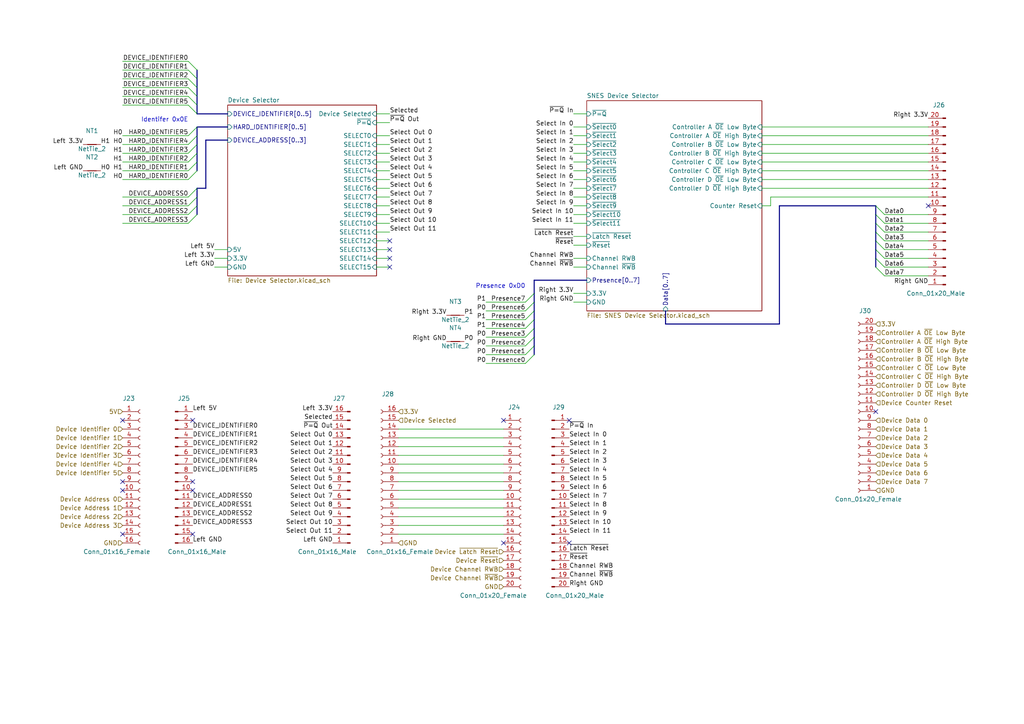
<source format=kicad_sch>
(kicad_sch (version 20211123) (generator eeschema)
  (paper "A4")
  (lib_symbols
    (symbol "Connector:Conn_01x16_Female" (pin_names (offset 1.016) hide)
      (property "Reference" "J" (at 0 20.32 0))
      (property "Value" "Conn_01x16_Female" (at 0 -22.86 0))
      (symbol "Conn_01x16_Female_1_1"
        (arc (start 0 -19.812) (mid -0.508 -20.32) (end 0 -20.828) (stroke (width 0.1524)))
        (arc (start 0 -17.272) (mid -0.508 -17.78) (end 0 -18.288) (stroke (width 0.1524)))
        (arc (start 0 -14.732) (mid -0.508 -15.24) (end 0 -15.748) (stroke (width 0.1524)))
        (arc (start 0 -12.192) (mid -0.508 -12.7) (end 0 -13.208) (stroke (width 0.1524)))
        (arc (start 0 -9.652) (mid -0.508 -10.16) (end 0 -10.668) (stroke (width 0.1524)))
        (arc (start 0 -7.112) (mid -0.508 -7.62) (end 0 -8.128) (stroke (width 0.1524)))
        (arc (start 0 -4.572) (mid -0.508 -5.08) (end 0 -5.588) (stroke (width 0.1524)))
        (arc (start 0 -2.032) (mid -0.508 -2.54) (end 0 -3.048) (stroke (width 0.1524)))
        (polyline (pts (xy -1.27 -20.32) (xy -0.508 -20.32)) (stroke (width 0.1524)))
        (polyline (pts (xy -1.27 -17.78) (xy -0.508 -17.78)) (stroke (width 0.1524)))
        (polyline (pts (xy -1.27 -15.24) (xy -0.508 -15.24)) (stroke (width 0.1524)))
        (polyline (pts (xy -1.27 -12.7) (xy -0.508 -12.7)) (stroke (width 0.1524)))
        (polyline (pts (xy -1.27 -10.16) (xy -0.508 -10.16)) (stroke (width 0.1524)))
        (polyline (pts (xy -1.27 -7.62) (xy -0.508 -7.62)) (stroke (width 0.1524)))
        (polyline (pts (xy -1.27 -5.08) (xy -0.508 -5.08)) (stroke (width 0.1524)))
        (polyline (pts (xy -1.27 -2.54) (xy -0.508 -2.54)) (stroke (width 0.1524)))
        (polyline (pts (xy -1.27 0) (xy -0.508 0)) (stroke (width 0.1524)))
        (polyline (pts (xy -1.27 2.54) (xy -0.508 2.54)) (stroke (width 0.1524)))
        (polyline (pts (xy -1.27 5.08) (xy -0.508 5.08)) (stroke (width 0.1524)))
        (polyline (pts (xy -1.27 7.62) (xy -0.508 7.62)) (stroke (width 0.1524)))
        (polyline (pts (xy -1.27 10.16) (xy -0.508 10.16)) (stroke (width 0.1524)))
        (polyline (pts (xy -1.27 12.7) (xy -0.508 12.7)) (stroke (width 0.1524)))
        (polyline (pts (xy -1.27 15.24) (xy -0.508 15.24)) (stroke (width 0.1524)))
        (polyline (pts (xy -1.27 17.78) (xy -0.508 17.78)) (stroke (width 0.1524)))
        (arc (start 0 0.508) (mid -0.508 0) (end 0 -0.508) (stroke (width 0.1524)))
        (arc (start 0 3.048) (mid -0.508 2.54) (end 0 2.032) (stroke (width 0.1524)))
        (arc (start 0 5.588) (mid -0.508 5.08) (end 0 4.572) (stroke (width 0.1524)))
        (arc (start 0 8.128) (mid -0.508 7.62) (end 0 7.112) (stroke (width 0.1524)))
        (arc (start 0 10.668) (mid -0.508 10.16) (end 0 9.652) (stroke (width 0.1524)))
        (arc (start 0 13.208) (mid -0.508 12.7) (end 0 12.192) (stroke (width 0.1524)))
        (arc (start 0 15.748) (mid -0.508 15.24) (end 0 14.732) (stroke (width 0.1524)))
        (arc (start 0 18.288) (mid -0.508 17.78) (end 0 17.272) (stroke (width 0.1524)))
        (pin passive line (at -5.08 17.78 0) (length 3.81) (name "Pin_1") (number "1"))
        (pin passive line (at -5.08 -5.08 0) (length 3.81) (name "Pin_10") (number "10"))
        (pin passive line (at -5.08 -7.62 0) (length 3.81) (name "Pin_11") (number "11"))
        (pin passive line (at -5.08 -10.16 0) (length 3.81) (name "Pin_12") (number "12"))
        (pin passive line (at -5.08 -12.7 0) (length 3.81) (name "Pin_13") (number "13"))
        (pin passive line (at -5.08 -15.24 0) (length 3.81) (name "Pin_14") (number "14"))
        (pin passive line (at -5.08 -17.78 0) (length 3.81) (name "Pin_15") (number "15"))
        (pin passive line (at -5.08 -20.32 0) (length 3.81) (name "Pin_16") (number "16"))
        (pin passive line (at -5.08 15.24 0) (length 3.81) (name "Pin_2") (number "2"))
        (pin passive line (at -5.08 12.7 0) (length 3.81) (name "Pin_3") (number "3"))
        (pin passive line (at -5.08 10.16 0) (length 3.81) (name "Pin_4") (number "4"))
        (pin passive line (at -5.08 7.62 0) (length 3.81) (name "Pin_5") (number "5"))
        (pin passive line (at -5.08 5.08 0) (length 3.81) (name "Pin_6") (number "6"))
        (pin passive line (at -5.08 2.54 0) (length 3.81) (name "Pin_7") (number "7"))
        (pin passive line (at -5.08 0 0) (length 3.81) (name "Pin_8") (number "8"))
        (pin passive line (at -5.08 -2.54 0) (length 3.81) (name "Pin_9") (number "9"))
      )
    )
    (symbol "Connector:Conn_01x16_Male" (pin_names (offset 1.016) hide)
      (property "Reference" "J" (at 0 20.32 0))
      (property "Value" "Conn_01x16_Male" (at 0 -22.86 0))
      (symbol "Conn_01x16_Male_1_1"
        (polyline (pts (xy 1.27 -20.32) (xy 0.8636 -20.32)) (stroke (width 0.1524)))
        (polyline (pts (xy 1.27 -17.78) (xy 0.8636 -17.78)) (stroke (width 0.1524)))
        (polyline (pts (xy 1.27 -15.24) (xy 0.8636 -15.24)) (stroke (width 0.1524)))
        (polyline (pts (xy 1.27 -12.7) (xy 0.8636 -12.7)) (stroke (width 0.1524)))
        (polyline (pts (xy 1.27 -10.16) (xy 0.8636 -10.16)) (stroke (width 0.1524)))
        (polyline (pts (xy 1.27 -7.62) (xy 0.8636 -7.62)) (stroke (width 0.1524)))
        (polyline (pts (xy 1.27 -5.08) (xy 0.8636 -5.08)) (stroke (width 0.1524)))
        (polyline (pts (xy 1.27 -2.54) (xy 0.8636 -2.54)) (stroke (width 0.1524)))
        (polyline (pts (xy 1.27 0) (xy 0.8636 0)) (stroke (width 0.1524)))
        (polyline (pts (xy 1.27 2.54) (xy 0.8636 2.54)) (stroke (width 0.1524)))
        (polyline (pts (xy 1.27 5.08) (xy 0.8636 5.08)) (stroke (width 0.1524)))
        (polyline (pts (xy 1.27 7.62) (xy 0.8636 7.62)) (stroke (width 0.1524)))
        (polyline (pts (xy 1.27 10.16) (xy 0.8636 10.16)) (stroke (width 0.1524)))
        (polyline (pts (xy 1.27 12.7) (xy 0.8636 12.7)) (stroke (width 0.1524)))
        (polyline (pts (xy 1.27 15.24) (xy 0.8636 15.24)) (stroke (width 0.1524)))
        (polyline (pts (xy 1.27 17.78) (xy 0.8636 17.78)) (stroke (width 0.1524)))
        (rectangle (start 0.8636 -20.193) (end 0 -20.447) (stroke (width 0.1524)) (fill (type outline)))
        (rectangle (start 0.8636 -17.653) (end 0 -17.907) (stroke (width 0.1524)) (fill (type outline)))
        (rectangle (start 0.8636 -15.113) (end 0 -15.367) (stroke (width 0.1524)) (fill (type outline)))
        (rectangle (start 0.8636 -12.573) (end 0 -12.827) (stroke (width 0.1524)) (fill (type outline)))
        (rectangle (start 0.8636 -10.033) (end 0 -10.287) (stroke (width 0.1524)) (fill (type outline)))
        (rectangle (start 0.8636 -7.493) (end 0 -7.747) (stroke (width 0.1524)) (fill (type outline)))
        (rectangle (start 0.8636 -4.953) (end 0 -5.207) (stroke (width 0.1524)) (fill (type outline)))
        (rectangle (start 0.8636 -2.413) (end 0 -2.667) (stroke (width 0.1524)) (fill (type outline)))
        (rectangle (start 0.8636 0.127) (end 0 -0.127) (stroke (width 0.1524)) (fill (type outline)))
        (rectangle (start 0.8636 2.667) (end 0 2.413) (stroke (width 0.1524)) (fill (type outline)))
        (rectangle (start 0.8636 5.207) (end 0 4.953) (stroke (width 0.1524)) (fill (type outline)))
        (rectangle (start 0.8636 7.747) (end 0 7.493) (stroke (width 0.1524)) (fill (type outline)))
        (rectangle (start 0.8636 10.287) (end 0 10.033) (stroke (width 0.1524)) (fill (type outline)))
        (rectangle (start 0.8636 12.827) (end 0 12.573) (stroke (width 0.1524)) (fill (type outline)))
        (rectangle (start 0.8636 15.367) (end 0 15.113) (stroke (width 0.1524)) (fill (type outline)))
        (rectangle (start 0.8636 17.907) (end 0 17.653) (stroke (width 0.1524)) (fill (type outline)))
        (pin passive line (at 5.08 17.78 180) (length 3.81) (name "Pin_1") (number "1"))
        (pin passive line (at 5.08 -5.08 180) (length 3.81) (name "Pin_10") (number "10"))
        (pin passive line (at 5.08 -7.62 180) (length 3.81) (name "Pin_11") (number "11"))
        (pin passive line (at 5.08 -10.16 180) (length 3.81) (name "Pin_12") (number "12"))
        (pin passive line (at 5.08 -12.7 180) (length 3.81) (name "Pin_13") (number "13"))
        (pin passive line (at 5.08 -15.24 180) (length 3.81) (name "Pin_14") (number "14"))
        (pin passive line (at 5.08 -17.78 180) (length 3.81) (name "Pin_15") (number "15"))
        (pin passive line (at 5.08 -20.32 180) (length 3.81) (name "Pin_16") (number "16"))
        (pin passive line (at 5.08 15.24 180) (length 3.81) (name "Pin_2") (number "2"))
        (pin passive line (at 5.08 12.7 180) (length 3.81) (name "Pin_3") (number "3"))
        (pin passive line (at 5.08 10.16 180) (length 3.81) (name "Pin_4") (number "4"))
        (pin passive line (at 5.08 7.62 180) (length 3.81) (name "Pin_5") (number "5"))
        (pin passive line (at 5.08 5.08 180) (length 3.81) (name "Pin_6") (number "6"))
        (pin passive line (at 5.08 2.54 180) (length 3.81) (name "Pin_7") (number "7"))
        (pin passive line (at 5.08 0 180) (length 3.81) (name "Pin_8") (number "8"))
        (pin passive line (at 5.08 -2.54 180) (length 3.81) (name "Pin_9") (number "9"))
      )
    )
    (symbol "Connector:Conn_01x20_Female" (pin_names (offset 1.016) hide)
      (property "Reference" "J" (at 0 25.4 0))
      (property "Value" "Conn_01x20_Female" (at 0 -27.94 0))
      (symbol "Conn_01x20_Female_1_1"
        (arc (start 0 -24.892) (mid -0.508 -25.4) (end 0 -25.908) (stroke (width 0.1524)))
        (arc (start 0 -22.352) (mid -0.508 -22.86) (end 0 -23.368) (stroke (width 0.1524)))
        (arc (start 0 -19.812) (mid -0.508 -20.32) (end 0 -20.828) (stroke (width 0.1524)))
        (arc (start 0 -17.272) (mid -0.508 -17.78) (end 0 -18.288) (stroke (width 0.1524)))
        (arc (start 0 -14.732) (mid -0.508 -15.24) (end 0 -15.748) (stroke (width 0.1524)))
        (arc (start 0 -12.192) (mid -0.508 -12.7) (end 0 -13.208) (stroke (width 0.1524)))
        (arc (start 0 -9.652) (mid -0.508 -10.16) (end 0 -10.668) (stroke (width 0.1524)))
        (arc (start 0 -7.112) (mid -0.508 -7.62) (end 0 -8.128) (stroke (width 0.1524)))
        (arc (start 0 -4.572) (mid -0.508 -5.08) (end 0 -5.588) (stroke (width 0.1524)))
        (arc (start 0 -2.032) (mid -0.508 -2.54) (end 0 -3.048) (stroke (width 0.1524)))
        (polyline (pts (xy -1.27 -25.4) (xy -0.508 -25.4)) (stroke (width 0.1524)))
        (polyline (pts (xy -1.27 -22.86) (xy -0.508 -22.86)) (stroke (width 0.1524)))
        (polyline (pts (xy -1.27 -20.32) (xy -0.508 -20.32)) (stroke (width 0.1524)))
        (polyline (pts (xy -1.27 -17.78) (xy -0.508 -17.78)) (stroke (width 0.1524)))
        (polyline (pts (xy -1.27 -15.24) (xy -0.508 -15.24)) (stroke (width 0.1524)))
        (polyline (pts (xy -1.27 -12.7) (xy -0.508 -12.7)) (stroke (width 0.1524)))
        (polyline (pts (xy -1.27 -10.16) (xy -0.508 -10.16)) (stroke (width 0.1524)))
        (polyline (pts (xy -1.27 -7.62) (xy -0.508 -7.62)) (stroke (width 0.1524)))
        (polyline (pts (xy -1.27 -5.08) (xy -0.508 -5.08)) (stroke (width 0.1524)))
        (polyline (pts (xy -1.27 -2.54) (xy -0.508 -2.54)) (stroke (width 0.1524)))
        (polyline (pts (xy -1.27 0) (xy -0.508 0)) (stroke (width 0.1524)))
        (polyline (pts (xy -1.27 2.54) (xy -0.508 2.54)) (stroke (width 0.1524)))
        (polyline (pts (xy -1.27 5.08) (xy -0.508 5.08)) (stroke (width 0.1524)))
        (polyline (pts (xy -1.27 7.62) (xy -0.508 7.62)) (stroke (width 0.1524)))
        (polyline (pts (xy -1.27 10.16) (xy -0.508 10.16)) (stroke (width 0.1524)))
        (polyline (pts (xy -1.27 12.7) (xy -0.508 12.7)) (stroke (width 0.1524)))
        (polyline (pts (xy -1.27 15.24) (xy -0.508 15.24)) (stroke (width 0.1524)))
        (polyline (pts (xy -1.27 17.78) (xy -0.508 17.78)) (stroke (width 0.1524)))
        (polyline (pts (xy -1.27 20.32) (xy -0.508 20.32)) (stroke (width 0.1524)))
        (polyline (pts (xy -1.27 22.86) (xy -0.508 22.86)) (stroke (width 0.1524)))
        (arc (start 0 0.508) (mid -0.508 0) (end 0 -0.508) (stroke (width 0.1524)))
        (arc (start 0 3.048) (mid -0.508 2.54) (end 0 2.032) (stroke (width 0.1524)))
        (arc (start 0 5.588) (mid -0.508 5.08) (end 0 4.572) (stroke (width 0.1524)))
        (arc (start 0 8.128) (mid -0.508 7.62) (end 0 7.112) (stroke (width 0.1524)))
        (arc (start 0 10.668) (mid -0.508 10.16) (end 0 9.652) (stroke (width 0.1524)))
        (arc (start 0 13.208) (mid -0.508 12.7) (end 0 12.192) (stroke (width 0.1524)))
        (arc (start 0 15.748) (mid -0.508 15.24) (end 0 14.732) (stroke (width 0.1524)))
        (arc (start 0 18.288) (mid -0.508 17.78) (end 0 17.272) (stroke (width 0.1524)))
        (arc (start 0 20.828) (mid -0.508 20.32) (end 0 19.812) (stroke (width 0.1524)))
        (arc (start 0 23.368) (mid -0.508 22.86) (end 0 22.352) (stroke (width 0.1524)))
        (pin passive line (at -5.08 22.86 0) (length 3.81) (name "Pin_1") (number "1"))
        (pin passive line (at -5.08 0 0) (length 3.81) (name "Pin_10") (number "10"))
        (pin passive line (at -5.08 -2.54 0) (length 3.81) (name "Pin_11") (number "11"))
        (pin passive line (at -5.08 -5.08 0) (length 3.81) (name "Pin_12") (number "12"))
        (pin passive line (at -5.08 -7.62 0) (length 3.81) (name "Pin_13") (number "13"))
        (pin passive line (at -5.08 -10.16 0) (length 3.81) (name "Pin_14") (number "14"))
        (pin passive line (at -5.08 -12.7 0) (length 3.81) (name "Pin_15") (number "15"))
        (pin passive line (at -5.08 -15.24 0) (length 3.81) (name "Pin_16") (number "16"))
        (pin passive line (at -5.08 -17.78 0) (length 3.81) (name "Pin_17") (number "17"))
        (pin passive line (at -5.08 -20.32 0) (length 3.81) (name "Pin_18") (number "18"))
        (pin passive line (at -5.08 -22.86 0) (length 3.81) (name "Pin_19") (number "19"))
        (pin passive line (at -5.08 20.32 0) (length 3.81) (name "Pin_2") (number "2"))
        (pin passive line (at -5.08 -25.4 0) (length 3.81) (name "Pin_20") (number "20"))
        (pin passive line (at -5.08 17.78 0) (length 3.81) (name "Pin_3") (number "3"))
        (pin passive line (at -5.08 15.24 0) (length 3.81) (name "Pin_4") (number "4"))
        (pin passive line (at -5.08 12.7 0) (length 3.81) (name "Pin_5") (number "5"))
        (pin passive line (at -5.08 10.16 0) (length 3.81) (name "Pin_6") (number "6"))
        (pin passive line (at -5.08 7.62 0) (length 3.81) (name "Pin_7") (number "7"))
        (pin passive line (at -5.08 5.08 0) (length 3.81) (name "Pin_8") (number "8"))
        (pin passive line (at -5.08 2.54 0) (length 3.81) (name "Pin_9") (number "9"))
      )
    )
    (symbol "Connector:Conn_01x20_Male" (pin_names (offset 1.016) hide)
      (property "Reference" "J" (at 0 25.4 0))
      (property "Value" "Conn_01x20_Male" (at 0 -27.94 0))
      (symbol "Conn_01x20_Male_1_1"
        (polyline (pts (xy 1.27 -25.4) (xy 0.8636 -25.4)) (stroke (width 0.1524)))
        (polyline (pts (xy 1.27 -22.86) (xy 0.8636 -22.86)) (stroke (width 0.1524)))
        (polyline (pts (xy 1.27 -20.32) (xy 0.8636 -20.32)) (stroke (width 0.1524)))
        (polyline (pts (xy 1.27 -17.78) (xy 0.8636 -17.78)) (stroke (width 0.1524)))
        (polyline (pts (xy 1.27 -15.24) (xy 0.8636 -15.24)) (stroke (width 0.1524)))
        (polyline (pts (xy 1.27 -12.7) (xy 0.8636 -12.7)) (stroke (width 0.1524)))
        (polyline (pts (xy 1.27 -10.16) (xy 0.8636 -10.16)) (stroke (width 0.1524)))
        (polyline (pts (xy 1.27 -7.62) (xy 0.8636 -7.62)) (stroke (width 0.1524)))
        (polyline (pts (xy 1.27 -5.08) (xy 0.8636 -5.08)) (stroke (width 0.1524)))
        (polyline (pts (xy 1.27 -2.54) (xy 0.8636 -2.54)) (stroke (width 0.1524)))
        (polyline (pts (xy 1.27 0) (xy 0.8636 0)) (stroke (width 0.1524)))
        (polyline (pts (xy 1.27 2.54) (xy 0.8636 2.54)) (stroke (width 0.1524)))
        (polyline (pts (xy 1.27 5.08) (xy 0.8636 5.08)) (stroke (width 0.1524)))
        (polyline (pts (xy 1.27 7.62) (xy 0.8636 7.62)) (stroke (width 0.1524)))
        (polyline (pts (xy 1.27 10.16) (xy 0.8636 10.16)) (stroke (width 0.1524)))
        (polyline (pts (xy 1.27 12.7) (xy 0.8636 12.7)) (stroke (width 0.1524)))
        (polyline (pts (xy 1.27 15.24) (xy 0.8636 15.24)) (stroke (width 0.1524)))
        (polyline (pts (xy 1.27 17.78) (xy 0.8636 17.78)) (stroke (width 0.1524)))
        (polyline (pts (xy 1.27 20.32) (xy 0.8636 20.32)) (stroke (width 0.1524)))
        (polyline (pts (xy 1.27 22.86) (xy 0.8636 22.86)) (stroke (width 0.1524)))
        (rectangle (start 0.8636 -25.273) (end 0 -25.527) (stroke (width 0.1524)) (fill (type outline)))
        (rectangle (start 0.8636 -22.733) (end 0 -22.987) (stroke (width 0.1524)) (fill (type outline)))
        (rectangle (start 0.8636 -20.193) (end 0 -20.447) (stroke (width 0.1524)) (fill (type outline)))
        (rectangle (start 0.8636 -17.653) (end 0 -17.907) (stroke (width 0.1524)) (fill (type outline)))
        (rectangle (start 0.8636 -15.113) (end 0 -15.367) (stroke (width 0.1524)) (fill (type outline)))
        (rectangle (start 0.8636 -12.573) (end 0 -12.827) (stroke (width 0.1524)) (fill (type outline)))
        (rectangle (start 0.8636 -10.033) (end 0 -10.287) (stroke (width 0.1524)) (fill (type outline)))
        (rectangle (start 0.8636 -7.493) (end 0 -7.747) (stroke (width 0.1524)) (fill (type outline)))
        (rectangle (start 0.8636 -4.953) (end 0 -5.207) (stroke (width 0.1524)) (fill (type outline)))
        (rectangle (start 0.8636 -2.413) (end 0 -2.667) (stroke (width 0.1524)) (fill (type outline)))
        (rectangle (start 0.8636 0.127) (end 0 -0.127) (stroke (width 0.1524)) (fill (type outline)))
        (rectangle (start 0.8636 2.667) (end 0 2.413) (stroke (width 0.1524)) (fill (type outline)))
        (rectangle (start 0.8636 5.207) (end 0 4.953) (stroke (width 0.1524)) (fill (type outline)))
        (rectangle (start 0.8636 7.747) (end 0 7.493) (stroke (width 0.1524)) (fill (type outline)))
        (rectangle (start 0.8636 10.287) (end 0 10.033) (stroke (width 0.1524)) (fill (type outline)))
        (rectangle (start 0.8636 12.827) (end 0 12.573) (stroke (width 0.1524)) (fill (type outline)))
        (rectangle (start 0.8636 15.367) (end 0 15.113) (stroke (width 0.1524)) (fill (type outline)))
        (rectangle (start 0.8636 17.907) (end 0 17.653) (stroke (width 0.1524)) (fill (type outline)))
        (rectangle (start 0.8636 20.447) (end 0 20.193) (stroke (width 0.1524)) (fill (type outline)))
        (rectangle (start 0.8636 22.987) (end 0 22.733) (stroke (width 0.1524)) (fill (type outline)))
        (pin passive line (at 5.08 22.86 180) (length 3.81) (name "Pin_1") (number "1"))
        (pin passive line (at 5.08 0 180) (length 3.81) (name "Pin_10") (number "10"))
        (pin passive line (at 5.08 -2.54 180) (length 3.81) (name "Pin_11") (number "11"))
        (pin passive line (at 5.08 -5.08 180) (length 3.81) (name "Pin_12") (number "12"))
        (pin passive line (at 5.08 -7.62 180) (length 3.81) (name "Pin_13") (number "13"))
        (pin passive line (at 5.08 -10.16 180) (length 3.81) (name "Pin_14") (number "14"))
        (pin passive line (at 5.08 -12.7 180) (length 3.81) (name "Pin_15") (number "15"))
        (pin passive line (at 5.08 -15.24 180) (length 3.81) (name "Pin_16") (number "16"))
        (pin passive line (at 5.08 -17.78 180) (length 3.81) (name "Pin_17") (number "17"))
        (pin passive line (at 5.08 -20.32 180) (length 3.81) (name "Pin_18") (number "18"))
        (pin passive line (at 5.08 -22.86 180) (length 3.81) (name "Pin_19") (number "19"))
        (pin passive line (at 5.08 20.32 180) (length 3.81) (name "Pin_2") (number "2"))
        (pin passive line (at 5.08 -25.4 180) (length 3.81) (name "Pin_20") (number "20"))
        (pin passive line (at 5.08 17.78 180) (length 3.81) (name "Pin_3") (number "3"))
        (pin passive line (at 5.08 15.24 180) (length 3.81) (name "Pin_4") (number "4"))
        (pin passive line (at 5.08 12.7 180) (length 3.81) (name "Pin_5") (number "5"))
        (pin passive line (at 5.08 10.16 180) (length 3.81) (name "Pin_6") (number "6"))
        (pin passive line (at 5.08 7.62 180) (length 3.81) (name "Pin_7") (number "7"))
        (pin passive line (at 5.08 5.08 180) (length 3.81) (name "Pin_8") (number "8"))
        (pin passive line (at 5.08 2.54 180) (length 3.81) (name "Pin_9") (number "9"))
      )
    )
    (symbol "Device:NetTie_2" (pin_numbers hide) (pin_names (offset 0) hide)
      (property "Reference" "NT" (at 0 1.27 0))
      (property "Value" "NetTie_2" (at 0 -1.27 0))
      (symbol "NetTie_2_0_1"
        (polyline (pts (xy -1.27 0) (xy 1.27 0)) (stroke (width 0.254)))
      )
      (symbol "NetTie_2_1_1"
        (pin passive line (at -2.54 0 0) (length 2.54) (name "1") (number "1"))
        (pin passive line (at 2.54 0 180) (length 2.54) (name "2") (number "2"))
      )
    )
  )
  (no_connect (at 165.1 157.48))
  (no_connect (at 55.88 121.92))
  (no_connect (at 55.88 139.7))
  (no_connect (at 55.88 142.24))
  (no_connect (at 55.88 154.94))
  (no_connect (at 113.03 74.93))
  (no_connect (at 35.56 121.92))
  (no_connect (at 113.03 69.85))
  (no_connect (at 113.03 77.47))
  (no_connect (at 254 119.38))
  (no_connect (at 35.56 142.24))
  (no_connect (at 35.56 139.7))
  (no_connect (at 146.05 157.48))
  (no_connect (at 165.1 121.92))
  (no_connect (at 35.56 154.94))
  (no_connect (at 146.05 121.92))
  (no_connect (at 269.24 59.69))
  (no_connect (at 113.03 72.39))
  (bus_entry (at 54.61 57.15) (size 2.54 -2.54))
  (bus_entry (at 256.54 62.23) (size -2.54 -2.54))
  (bus_entry (at 256.54 64.77) (size -2.54 -2.54))
  (bus_entry (at 57.15 20.32) (size -2.54 -2.54))
  (bus_entry (at 152.4 87.63) (size 2.54 -2.54))
  (bus_entry (at 152.4 92.71) (size 2.54 -2.54))
  (bus_entry (at 54.61 59.69) (size 2.54 -2.54))
  (bus_entry (at 57.15 22.86) (size -2.54 -2.54))
  (bus_entry (at 256.54 80.01) (size -2.54 -2.54))
  (bus_entry (at 54.61 62.23) (size 2.54 -2.54))
  (bus_entry (at 54.61 39.37) (size 2.54 -2.54))
  (bus_entry (at 256.54 67.31) (size -2.54 -2.54))
  (bus_entry (at 152.4 105.41) (size 2.54 -2.54))
  (bus_entry (at 152.4 90.17) (size 2.54 -2.54))
  (bus_entry (at 152.4 97.79) (size 2.54 -2.54))
  (bus_entry (at 57.15 30.48) (size -2.54 -2.54))
  (bus_entry (at 57.15 27.94) (size -2.54 -2.54))
  (bus_entry (at 256.54 77.47) (size -2.54 -2.54))
  (bus_entry (at 54.61 41.91) (size 2.54 -2.54))
  (bus_entry (at 54.61 52.07) (size 2.54 -2.54))
  (bus_entry (at 54.61 49.53) (size 2.54 -2.54))
  (bus_entry (at 54.61 44.45) (size 2.54 -2.54))
  (bus_entry (at 54.61 46.99) (size 2.54 -2.54))
  (bus_entry (at 54.61 64.77) (size 2.54 -2.54))
  (bus_entry (at 256.54 72.39) (size -2.54 -2.54))
  (bus_entry (at 152.4 102.87) (size 2.54 -2.54))
  (bus_entry (at 57.15 33.02) (size -2.54 -2.54))
  (bus_entry (at 152.4 95.25) (size 2.54 -2.54))
  (bus_entry (at 256.54 74.93) (size -2.54 -2.54))
  (bus_entry (at 256.54 69.85) (size -2.54 -2.54))
  (bus_entry (at 57.15 25.4) (size -2.54 -2.54))
  (bus_entry (at 152.4 100.33) (size 2.54 -2.54))
  (wire (pts (xy 54.61 49.53) (xy 35.56 49.53)))
  (bus (pts (xy 66.04 36.83) (xy 57.15 36.83)))
  (wire (pts (xy 54.61 17.78) (xy 35.56 17.78)))
  (bus (pts (xy 254 59.69) (xy 254 62.23)))
  (bus (pts (xy 154.94 100.33) (xy 154.94 102.87)))
  (bus (pts (xy 57.15 41.91) (xy 57.15 44.45)))
  (wire (pts (xy 54.61 25.4) (xy 35.56 25.4)))
  (wire (pts (xy 256.54 64.77) (xy 269.24 64.77)))
  (wire (pts (xy 62.23 74.93) (xy 66.04 74.93)))
  (wire (pts (xy 109.22 62.23) (xy 113.03 62.23)))
  (bus (pts (xy 254 67.31) (xy 254 69.85)))
  (wire (pts (xy 109.22 72.39) (xy 113.03 72.39)))
  (wire (pts (xy 54.61 41.91) (xy 35.56 41.91)))
  (wire (pts (xy 269.24 39.37) (xy 220.98 39.37)))
  (bus (pts (xy 254 59.69) (xy 226.06 59.69)))
  (wire (pts (xy 269.24 49.53) (xy 220.98 49.53)))
  (wire (pts (xy 140.97 90.17) (xy 152.4 90.17)))
  (bus (pts (xy 57.15 20.32) (xy 57.15 22.86)))
  (bus (pts (xy 254 69.85) (xy 254 72.39)))
  (wire (pts (xy 166.37 54.61) (xy 170.18 54.61)))
  (wire (pts (xy 115.57 154.94) (xy 146.05 154.94)))
  (wire (pts (xy 166.37 49.53) (xy 170.18 49.53)))
  (wire (pts (xy 109.22 44.45) (xy 113.03 44.45)))
  (wire (pts (xy 115.57 134.62) (xy 146.05 134.62)))
  (wire (pts (xy 166.37 44.45) (xy 170.18 44.45)))
  (wire (pts (xy 54.61 59.69) (xy 35.56 59.69)))
  (wire (pts (xy 109.22 59.69) (xy 113.03 59.69)))
  (wire (pts (xy 256.54 67.31) (xy 269.24 67.31)))
  (wire (pts (xy 166.37 59.69) (xy 170.18 59.69)))
  (wire (pts (xy 115.57 129.54) (xy 146.05 129.54)))
  (wire (pts (xy 115.57 152.4) (xy 146.05 152.4)))
  (bus (pts (xy 57.15 39.37) (xy 57.15 41.91)))
  (wire (pts (xy 115.57 147.32) (xy 146.05 147.32)))
  (wire (pts (xy 166.37 36.83) (xy 170.18 36.83)))
  (wire (pts (xy 109.22 33.02) (xy 113.03 33.02)))
  (wire (pts (xy 109.22 39.37) (xy 113.03 39.37)))
  (wire (pts (xy 166.37 57.15) (xy 170.18 57.15)))
  (wire (pts (xy 54.61 22.86) (xy 35.56 22.86)))
  (bus (pts (xy 154.94 90.17) (xy 154.94 92.71)))
  (wire (pts (xy 54.61 39.37) (xy 35.56 39.37)))
  (bus (pts (xy 66.04 33.02) (xy 57.15 33.02)))
  (wire (pts (xy 35.56 46.99) (xy 54.61 46.99)))
  (bus (pts (xy 57.15 59.69) (xy 57.15 62.23)))
  (bus (pts (xy 154.94 95.25) (xy 154.94 97.79)))
  (bus (pts (xy 254 62.23) (xy 254 64.77)))
  (bus (pts (xy 193.04 90.17) (xy 193.04 93.98)))
  (bus (pts (xy 193.04 93.98) (xy 226.06 93.98)))
  (wire (pts (xy 269.24 52.07) (xy 220.98 52.07)))
  (wire (pts (xy 115.57 144.78) (xy 146.05 144.78)))
  (bus (pts (xy 154.94 92.71) (xy 154.94 95.25)))
  (wire (pts (xy 140.97 97.79) (xy 152.4 97.79)))
  (bus (pts (xy 66.04 40.64) (xy 59.69 40.64)))
  (wire (pts (xy 54.61 64.77) (xy 35.56 64.77)))
  (wire (pts (xy 109.22 46.99) (xy 113.03 46.99)))
  (bus (pts (xy 154.94 81.28) (xy 154.94 85.09)))
  (wire (pts (xy 109.22 57.15) (xy 113.03 57.15)))
  (wire (pts (xy 54.61 27.94) (xy 35.56 27.94)))
  (bus (pts (xy 57.15 27.94) (xy 57.15 30.48)))
  (wire (pts (xy 54.61 52.07) (xy 35.56 52.07)))
  (wire (pts (xy 115.57 132.08) (xy 146.05 132.08)))
  (wire (pts (xy 54.61 20.32) (xy 35.56 20.32)))
  (bus (pts (xy 254 64.77) (xy 254 67.31)))
  (bus (pts (xy 59.69 40.64) (xy 59.69 54.61)))
  (wire (pts (xy 166.37 52.07) (xy 170.18 52.07)))
  (wire (pts (xy 140.97 92.71) (xy 152.4 92.71)))
  (wire (pts (xy 109.22 67.31) (xy 113.03 67.31)))
  (wire (pts (xy 269.24 44.45) (xy 220.98 44.45)))
  (wire (pts (xy 223.52 59.69) (xy 220.98 59.69)))
  (bus (pts (xy 57.15 46.99) (xy 57.15 49.53)))
  (wire (pts (xy 54.61 62.23) (xy 35.56 62.23)))
  (wire (pts (xy 109.22 52.07) (xy 113.03 52.07)))
  (wire (pts (xy 109.22 64.77) (xy 113.03 64.77)))
  (bus (pts (xy 154.94 85.09) (xy 154.94 87.63)))
  (wire (pts (xy 54.61 57.15) (xy 35.56 57.15)))
  (wire (pts (xy 140.97 95.25) (xy 152.4 95.25)))
  (wire (pts (xy 166.37 39.37) (xy 170.18 39.37)))
  (wire (pts (xy 54.61 30.48) (xy 35.56 30.48)))
  (wire (pts (xy 140.97 102.87) (xy 152.4 102.87)))
  (wire (pts (xy 269.24 54.61) (xy 220.98 54.61)))
  (wire (pts (xy 256.54 62.23) (xy 269.24 62.23)))
  (wire (pts (xy 256.54 74.93) (xy 269.24 74.93)))
  (wire (pts (xy 109.22 54.61) (xy 113.03 54.61)))
  (wire (pts (xy 115.57 139.7) (xy 146.05 139.7)))
  (bus (pts (xy 57.15 30.48) (xy 57.15 33.02)))
  (wire (pts (xy 256.54 77.47) (xy 269.24 77.47)))
  (wire (pts (xy 54.61 44.45) (xy 35.56 44.45)))
  (wire (pts (xy 269.24 46.99) (xy 220.98 46.99)))
  (wire (pts (xy 269.24 57.15) (xy 223.52 57.15)))
  (wire (pts (xy 166.37 71.12) (xy 170.18 71.12)))
  (wire (pts (xy 109.22 49.53) (xy 113.03 49.53)))
  (bus (pts (xy 226.06 59.69) (xy 226.06 93.98)))
  (wire (pts (xy 115.57 124.46) (xy 146.05 124.46)))
  (bus (pts (xy 170.18 81.28) (xy 154.94 81.28)))
  (wire (pts (xy 166.37 33.02) (xy 170.18 33.02)))
  (wire (pts (xy 166.37 74.93) (xy 170.18 74.93)))
  (wire (pts (xy 166.37 41.91) (xy 170.18 41.91)))
  (wire (pts (xy 223.52 57.15) (xy 223.52 59.69)))
  (wire (pts (xy 140.97 87.63) (xy 152.4 87.63)))
  (wire (pts (xy 166.37 87.63) (xy 170.18 87.63)))
  (bus (pts (xy 59.69 54.61) (xy 57.15 54.61)))
  (wire (pts (xy 115.57 149.86) (xy 146.05 149.86)))
  (wire (pts (xy 140.97 105.41) (xy 152.4 105.41)))
  (wire (pts (xy 166.37 46.99) (xy 170.18 46.99)))
  (wire (pts (xy 256.54 80.01) (xy 269.24 80.01)))
  (bus (pts (xy 154.94 87.63) (xy 154.94 90.17)))
  (bus (pts (xy 57.15 57.15) (xy 57.15 59.69)))
  (wire (pts (xy 140.97 100.33) (xy 152.4 100.33)))
  (wire (pts (xy 166.37 68.58) (xy 170.18 68.58)))
  (wire (pts (xy 269.24 36.83) (xy 220.98 36.83)))
  (wire (pts (xy 166.37 77.47) (xy 170.18 77.47)))
  (wire (pts (xy 166.37 85.09) (xy 170.18 85.09)))
  (wire (pts (xy 109.22 77.47) (xy 113.03 77.47)))
  (wire (pts (xy 115.57 142.24) (xy 146.05 142.24)))
  (bus (pts (xy 254 74.93) (xy 254 77.47)))
  (bus (pts (xy 57.15 54.61) (xy 57.15 57.15)))
  (bus (pts (xy 57.15 36.83) (xy 57.15 39.37)))
  (wire (pts (xy 269.24 41.91) (xy 220.98 41.91)))
  (wire (pts (xy 256.54 69.85) (xy 269.24 69.85)))
  (wire (pts (xy 62.23 77.47) (xy 66.04 77.47)))
  (wire (pts (xy 115.57 127) (xy 146.05 127)))
  (bus (pts (xy 57.15 25.4) (xy 57.15 27.94)))
  (wire (pts (xy 109.22 69.85) (xy 113.03 69.85)))
  (bus (pts (xy 57.15 44.45) (xy 57.15 46.99)))
  (bus (pts (xy 254 72.39) (xy 254 74.93)))
  (wire (pts (xy 109.22 35.56) (xy 113.03 35.56)))
  (wire (pts (xy 166.37 62.23) (xy 170.18 62.23)))
  (wire (pts (xy 256.54 72.39) (xy 269.24 72.39)))
  (wire (pts (xy 109.22 74.93) (xy 113.03 74.93)))
  (wire (pts (xy 62.23 72.39) (xy 66.04 72.39)))
  (wire (pts (xy 109.22 41.91) (xy 113.03 41.91)))
  (wire (pts (xy 115.57 137.16) (xy 146.05 137.16)))
  (bus (pts (xy 154.94 97.79) (xy 154.94 100.33)))
  (bus (pts (xy 57.15 22.86) (xy 57.15 25.4)))
  (wire (pts (xy 166.37 64.77) (xy 170.18 64.77)))
  (text "Presence 0xD0" (at 152.4 83.82 180) (effects (font (size 1.27 1.27)) (justify right bottom)))
  (text "Identifer 0x0E" (at 54.61 35.56 180) (effects (font (size 1.27 1.27)) (justify right bottom)))
  (label "Select Out 5" (at 113.03 52.07 0))
  (label "Right GND" (at 166.37 87.63 180))
  (label "P1" (at 140.97 95.25 180))
  (label "DEVICE_ADDRESS3" (at 55.88 152.4 0))
  (label "H1" (at 29.21 41.91 0))
  (label "Left 5V" (at 55.88 119.38 0))
  (label "Select Out 9" (at 113.03 62.23 0))
  (label "Right 3.3V" (at 166.37 85.09 180))
  (label "~{P=Q} In" (at 166.37 33.02 180))
  (label "Presence2" (at 152.4 100.33 180))
  (label "Select In 8" (at 165.1 147.32 0))
  (label "DEVICE_ADDRESS2" (at 54.61 62.23 180))
  (label "Left GND" (at 55.88 157.48 0))
  (label "Select Out 5" (at 96.52 139.7 180))
  (label "Select In 6" (at 165.1 142.24 0))
  (label "Select In 11" (at 165.1 154.94 0))
  (label "~{P=Q} Out" (at 113.03 35.56 0))
  (label "Data5" (at 256.54 74.93 0))
  (label "Select In 5" (at 165.1 139.7 0))
  (label "HARD_IDENTIFIER4" (at 54.61 41.91 180))
  (label "P0" (at 140.97 102.87 180))
  (label "Presence1" (at 152.4 102.87 180))
  (label "H0" (at 29.21 49.53 0))
  (label "Presence3" (at 152.4 97.79 180))
  (label "DEVICE_IDENTIFIER2" (at 54.61 22.86 180))
  (label "Select In 5" (at 166.37 49.53 180))
  (label "Right GND" (at 129.54 99.06 180))
  (label "Select In 7" (at 166.37 54.61 180))
  (label "Select In 6" (at 166.37 52.07 180))
  (label "Left 5V" (at 62.23 72.39 180))
  (label "H0" (at 35.56 41.91 180))
  (label "Left GND" (at 96.52 157.48 180))
  (label "Select Out 6" (at 113.03 54.61 0))
  (label "Selected" (at 113.03 33.02 0))
  (label "H1" (at 35.56 49.53 180))
  (label "DEVICE_ADDRESS2" (at 55.88 149.86 0))
  (label "Data3" (at 256.54 69.85 0))
  (label "Left 3.3V" (at 96.52 119.38 180))
  (label "DEVICE_IDENTIFIER1" (at 55.88 127 0))
  (label "Data2" (at 256.54 67.31 0))
  (label "Presence4" (at 152.4 95.25 180))
  (label "H1" (at 35.56 46.99 180))
  (label "H1" (at 35.56 44.45 180))
  (label "Select In 8" (at 166.37 57.15 180))
  (label "Select Out 6" (at 96.52 142.24 180))
  (label "HARD_IDENTIFIER2" (at 54.61 46.99 180))
  (label "Select Out 9" (at 96.52 149.86 180))
  (label "~{Latch Reset}" (at 166.37 68.58 180))
  (label "Select Out 11" (at 96.52 154.94 180))
  (label "DEVICE_IDENTIFIER0" (at 54.61 17.78 180))
  (label "Select In 0" (at 165.1 127 0))
  (label "Presence7" (at 152.4 87.63 180))
  (label "P1" (at 140.97 87.63 180))
  (label "DEVICE_IDENTIFIER0" (at 55.88 124.46 0))
  (label "Select In 9" (at 165.1 149.86 0))
  (label "Presence5" (at 152.4 92.71 180))
  (label "DEVICE_IDENTIFIER4" (at 55.88 134.62 0))
  (label "Select Out 0" (at 113.03 39.37 0))
  (label "Presence6" (at 152.4 90.17 180))
  (label "Select Out 7" (at 96.52 144.78 180))
  (label "Select Out 0" (at 96.52 127 180))
  (label "DEVICE_IDENTIFIER5" (at 55.88 137.16 0))
  (label "HARD_IDENTIFIER5" (at 54.61 39.37 180))
  (label "DEVICE_IDENTIFIER2" (at 55.88 129.54 0))
  (label "P0" (at 134.62 99.06 0))
  (label "Right 3.3V" (at 129.54 91.44 180))
  (label "Select Out 4" (at 96.52 137.16 180))
  (label "Select In 9" (at 166.37 59.69 180))
  (label "HARD_IDENTIFIER1" (at 54.61 49.53 180))
  (label "H0" (at 35.56 39.37 180))
  (label "Channel RWB" (at 166.37 74.93 180))
  (label "Right GND" (at 165.1 170.18 0))
  (label "Left GND" (at 24.13 49.53 180))
  (label "Select In 2" (at 166.37 41.91 180))
  (label "Left GND" (at 62.23 77.47 180))
  (label "Channel ~{RWB}" (at 165.1 167.64 0))
  (label "~{Reset}" (at 165.1 162.56 0))
  (label "Channel ~{RWB}" (at 166.37 77.47 180))
  (label "Select In 7" (at 165.1 144.78 0))
  (label "Select In 10" (at 165.1 152.4 0))
  (label "Select Out 1" (at 96.52 129.54 180))
  (label "P0" (at 140.97 100.33 180))
  (label "Select In 1" (at 165.1 129.54 0))
  (label "Selected" (at 96.52 121.92 180))
  (label "Select In 2" (at 165.1 132.08 0))
  (label "Select Out 10" (at 113.03 64.77 0))
  (label "DEVICE_ADDRESS3" (at 54.61 64.77 180))
  (label "P0" (at 140.97 90.17 180))
  (label "Select Out 2" (at 96.52 132.08 180))
  (label "Data7" (at 256.54 80.01 0))
  (label "DEVICE_ADDRESS0" (at 54.61 57.15 180))
  (label "Select Out 10" (at 96.52 152.4 180))
  (label "Right 3.3V" (at 269.24 34.29 180))
  (label "HARD_IDENTIFIER3" (at 54.61 44.45 180))
  (label "P0" (at 140.97 97.79 180))
  (label "Select In 11" (at 166.37 64.77 180))
  (label "Select In 4" (at 166.37 46.99 180))
  (label "DEVICE_ADDRESS1" (at 55.88 147.32 0))
  (label "Channel RWB" (at 165.1 165.1 0))
  (label "Select In 10" (at 166.37 62.23 180))
  (label "Select Out 3" (at 113.03 46.99 0))
  (label "Select Out 8" (at 113.03 59.69 0))
  (label "DEVICE_ADDRESS0" (at 55.88 144.78 0))
  (label "DEVICE_IDENTIFIER1" (at 54.61 20.32 180))
  (label "Select In 3" (at 166.37 44.45 180))
  (label "Select In 4" (at 165.1 137.16 0))
  (label "P1" (at 134.62 91.44 0))
  (label "P0" (at 140.97 105.41 180))
  (label "Presence0" (at 152.4 105.41 180))
  (label "~{P=Q} Out" (at 96.52 124.46 180))
  (label "Left 3.3V" (at 24.13 41.91 180))
  (label "Select Out 8" (at 96.52 147.32 180))
  (label "H0" (at 35.56 52.07 180))
  (label "Select Out 1" (at 113.03 41.91 0))
  (label "Select Out 7" (at 113.03 57.15 0))
  (label "Right GND" (at 269.24 82.55 180))
  (label "~{Latch Reset}" (at 165.1 160.02 0))
  (label "Select In 0" (at 166.37 36.83 180))
  (label "Data1" (at 256.54 64.77 0))
  (label "DEVICE_ADDRESS1" (at 54.61 59.69 180))
  (label "Select Out 3" (at 96.52 134.62 180))
  (label "~{P=Q} In" (at 165.1 124.46 0))
  (label "Select In 1" (at 166.37 39.37 180))
  (label "Select Out 2" (at 113.03 44.45 0))
  (label "Left 3.3V" (at 62.23 74.93 180))
  (label "DEVICE_IDENTIFIER3" (at 55.88 132.08 0))
  (label "DEVICE_IDENTIFIER4" (at 54.61 27.94 180))
  (label "Select Out 11" (at 113.03 67.31 0))
  (label "Select In 3" (at 165.1 134.62 0))
  (label "Data6" (at 256.54 77.47 0))
  (label "Select Out 4" (at 113.03 49.53 0))
  (label "~{Reset}" (at 166.37 71.12 180))
  (label "Data4" (at 256.54 72.39 0))
  (label "HARD_IDENTIFIER0" (at 54.61 52.07 180))
  (label "P1" (at 140.97 92.71 180))
  (label "DEVICE_IDENTIFIER5" (at 54.61 30.48 180))
  (label "Data0" (at 256.54 62.23 0))
  (label "DEVICE_IDENTIFIER3" (at 54.61 25.4 180))
  (hierarchical_label "Device Data 3" (shape input) (at 254 129.54 0))
  (hierarchical_label "Controller A ~{OE} High Byte" (shape input) (at 254 99.06 0))
  (hierarchical_label "Device Counter Reset" (shape input) (at 254 116.84 0))
  (hierarchical_label "Device Identifier 3" (shape input) (at 35.56 132.08 180))
  (hierarchical_label "Device Data 5" (shape input) (at 254 134.62 0))
  (hierarchical_label "Device Data 1" (shape input) (at 254 124.46 0))
  (hierarchical_label "Device ~{Reset}" (shape input) (at 146.05 162.56 180))
  (hierarchical_label "GND" (shape input) (at 254 142.24 0))
  (hierarchical_label "Device ~{Latch Reset}" (shape input) (at 146.05 160.02 180))
  (hierarchical_label "Device Channel ~{RWB}" (shape input) (at 146.05 167.64 180))
  (hierarchical_label "Device Address 3" (shape input) (at 35.56 152.4 180))
  (hierarchical_label "Controller C ~{OE} High Byte" (shape input) (at 254 109.22 0))
  (hierarchical_label "Controller B ~{OE} Low Byte" (shape input) (at 254 101.6 0))
  (hierarchical_label "Device Data 0" (shape input) (at 254 121.92 0))
  (hierarchical_label "GND" (shape input) (at 146.05 170.18 180))
  (hierarchical_label "Controller D ~{OE} High Byte" (shape input) (at 254 114.3 0))
  (hierarchical_label "Device Address 2" (shape input) (at 35.56 149.86 180))
  (hierarchical_label "Device Identifier 1" (shape input) (at 35.56 127 180))
  (hierarchical_label "GND" (shape input) (at 35.56 157.48 180))
  (hierarchical_label "Device Data 7" (shape input) (at 254 139.7 0))
  (hierarchical_label "Device Data 6" (shape input) (at 254 137.16 0))
  (hierarchical_label "Device Channel RWB" (shape input) (at 146.05 165.1 180))
  (hierarchical_label "3.3V" (shape input) (at 115.57 119.38 0))
  (hierarchical_label "Controller D ~{OE} Low Byte" (shape input) (at 254 111.76 0))
  (hierarchical_label "Device Address 0" (shape input) (at 35.56 144.78 180))
  (hierarchical_label "Controller A ~{OE} Low Byte" (shape input) (at 254 96.52 0))
  (hierarchical_label "Device Data 4" (shape input) (at 254 132.08 0))
  (hierarchical_label "3.3V" (shape input) (at 254 93.98 0))
  (hierarchical_label "Device Identifier 4" (shape input) (at 35.56 134.62 180))
  (hierarchical_label "Device Selected" (shape input) (at 115.57 121.92 0))
  (hierarchical_label "Device Identifier 0" (shape input) (at 35.56 124.46 180))
  (hierarchical_label "Controller C ~{OE} Low Byte" (shape input) (at 254 106.68 0))
  (hierarchical_label "GND" (shape input) (at 115.57 157.48 0))
  (hierarchical_label "Device Address 1" (shape input) (at 35.56 147.32 180))
  (hierarchical_label "5V" (shape input) (at 35.56 119.38 180))
  (hierarchical_label "Device Data 2" (shape input) (at 254 127 0))
  (hierarchical_label "Device Identifier 2" (shape input) (at 35.56 129.54 180))
  (hierarchical_label "Device Identifier 5" (shape input) (at 35.56 137.16 180))
  (hierarchical_label "Controller B ~{OE} High Byte" (shape input) (at 254 104.14 0))
  (symbol (lib_id "Connector:Conn_01x16_Male") (at 101.6 139.7 180) (unit 1)
    (property "Reference" "J27" (at 96.52 115.57 0) (effects (justify right)))
    (property "Value" "Conn_01x16_Male" (at 86.36 160.02 0) (effects (justify right)))
    (property "Footprint" "Connector_PinHeader_2.54mm:PinHeader_1x16_P2.54mm_Vertical" (effects hide))
  )
  (symbol (lib_id "Connector:Conn_01x20_Male") (at 274.32 59.69 180) (unit 1)
    (property "Reference" "J26" (at 270.51 30.48 0) (effects (justify right)))
    (property "Value" "Conn_01x20_Male" (at 262.89 85.09 0) (effects (justify right)))
    (property "Footprint" "Connector_PinHeader_2.54mm:PinHeader_1x20_P2.54mm_Vertical" (effects hide))
  )
  (symbol (lib_id "Connector:Conn_01x20_Female") (at 151.13 144.78 0) (unit 1)
    (property "Reference" "J24" (at 147.32 118.11 0) (effects (justify left)))
    (property "Value" "Conn_01x20_Female" (at 133.35 172.72 0) (effects (justify left)))
    (property "Footprint" "Connector_PinSocket_2.54mm:PinSocket_1x20_P2.54mm_Vertical" (effects hide))
  )
  (symbol (lib_id "Device:NetTie_2") (at 26.67 49.53 0) (unit 1)
    (property "Reference" "NT2" (at 26.67 45.5635 0))
    (property "Value" "NetTie_2" (at 26.67 50.8 0))
    (property "Footprint" "NetTie:NetTie-2_SMD_Pad0.5mm" (effects hide))
  )
  (symbol (lib_id "Connector:Conn_01x16_Female") (at 40.64 137.16 0) (unit 1)
    (property "Reference" "J23" (at 35.56 115.57 0) (effects (justify left)))
    (property "Value" "Conn_01x16_Female" (at 24.13 160.02 0) (effects (justify left)))
    (property "Footprint" "Connector_PinSocket_2.54mm:PinSocket_1x16_P2.54mm_Vertical" (effects hide))
  )
  (symbol (lib_id "Device:NetTie_2") (at 26.67 41.91 0) (unit 1)
    (property "Reference" "NT1" (at 26.67 37.9435 0))
    (property "Value" "NetTie_2" (at 26.67 43.18 0))
    (property "Footprint" "NetTie:NetTie-2_SMD_Pad0.5mm" (effects hide))
  )
  (symbol (lib_id "Connector:Conn_01x20_Male") (at 160.02 144.78 0) (unit 1)
    (property "Reference" "J29" (at 163.83 118.11 0) (effects (justify right)))
    (property "Value" "Conn_01x20_Male" (at 175.26 172.72 0) (effects (justify right)))
    (property "Footprint" "Connector_PinHeader_2.54mm:PinHeader_1x20_P2.54mm_Vertical" (effects hide))
  )
  (symbol (lib_id "Connector:Conn_01x20_Female") (at 248.92 119.38 180) (unit 1)
    (property "Reference" "J30" (at 252.73 90.17 0) (effects (justify left)))
    (property "Value" "Conn_01x20_Female" (at 261.62 144.78 0) (effects (justify left)))
    (property "Footprint" "Connector_PinSocket_2.54mm:PinSocket_1x20_P2.54mm_Vertical" (effects hide))
  )
  (symbol (lib_id "Connector:Conn_01x16_Female") (at 110.49 139.7 180) (unit 1)
    (property "Reference" "J28" (at 114.3 114.3 0) (effects (justify left)))
    (property "Value" "Conn_01x16_Female" (at 125.73 160.02 0) (effects (justify left)))
    (property "Footprint" "Connector_PinSocket_2.54mm:PinSocket_1x16_P2.54mm_Vertical" (effects hide))
  )
  (symbol (lib_id "Connector:Conn_01x16_Male") (at 50.8 137.16 0) (unit 1)
    (property "Reference" "J25" (at 53.34 115.57 0))
    (property "Value" "Conn_01x16_Male" (at 57.15 160.02 0))
    (property "Footprint" "Connector_PinHeader_2.54mm:PinHeader_1x16_P2.54mm_Vertical" (effects hide))
  )
  (symbol (lib_id "Device:NetTie_2") (at 132.08 99.06 0) (unit 1)
    (property "Reference" "NT4" (at 132.08 95.0935 0))
    (property "Value" "NetTie_2" (at 132.08 100.33 0))
    (property "Footprint" "NetTie:NetTie-2_SMD_Pad0.5mm" (effects hide))
  )
  (symbol (lib_id "Device:NetTie_2") (at 132.08 91.44 0) (unit 1)
    (property "Reference" "NT3" (at 132.08 87.4735 0))
    (property "Value" "NetTie_2" (at 132.08 92.71 0))
    (property "Footprint" "NetTie:NetTie-2_SMD_Pad0.5mm" (effects hide))
  )
  (sheet (at 170.18 29.21) (size 50.8 60.96) (stroke (width 0.1524))
    (property "Sheet name" "SNES Device Selector" (at 170.18 28.4984 0) (effects (justify left bottom)))
    (property "Sheet file" "SNES Device Selector.kicad_sch" (at 170.18 90.7546 0) (effects (justify left top)))
    (pin "Controller B ~{OE} Low Byte" input (at 220.98 41.91 0))
    (pin "Controller A ~{OE} High Byte" input (at 220.98 39.37 0))
    (pin "Controller A ~{OE} Low Byte" input (at 220.98 36.83 0))
    (pin "Controller B ~{OE} High Byte" input (at 220.98 44.45 0))
    (pin "Controller D ~{OE} High Byte" input (at 220.98 54.61 0))
    (pin "Controller C ~{OE} High Byte" input (at 220.98 49.53 0))
    (pin "Controller C ~{OE} Low Byte" input (at 220.98 46.99 0))
    (pin "Controller D ~{OE} Low Byte" input (at 220.98 52.07 0))
    (pin "~{Select11}" input (at 170.18 64.77 180))
    (pin "~{Latch Reset}" input (at 170.18 68.58 180))
    (pin "~{Select4}" input (at 170.18 46.99 180))
    (pin "~{Select5}" input (at 170.18 49.53 180))
    (pin "~{Select0}" input (at 170.18 36.83 180))
    (pin "~{Select1}" input (at 170.18 39.37 180))
    (pin "~{Select3}" input (at 170.18 44.45 180))
    (pin "~{Select2}" input (at 170.18 41.91 180))
    (pin "~{Select8}" input (at 170.18 57.15 180))
    (pin "~{Select10}" input (at 170.18 62.23 180))
    (pin "~{Select6}" input (at 170.18 52.07 180))
    (pin "~{Select7}" input (at 170.18 54.61 180))
    (pin "~{Select9}" input (at 170.18 59.69 180))
    (pin "Channel RWB" input (at 170.18 74.93 180))
    (pin "Channel ~{RWB}" input (at 170.18 77.47 180))
    (pin "Presence[0..7]" input (at 170.18 81.28 180))
    (pin "~{Reset}" input (at 170.18 71.12 180))
    (pin "Data[0..7]" input (at 193.04 90.17 270))
    (pin "~{P=Q}" input (at 170.18 33.02 180))
    (pin "GND" input (at 170.18 87.63 180))
    (pin "3.3V" input (at 170.18 85.09 180))
    (pin "Counter Reset" input (at 220.98 59.69 0))
  )
  (sheet (at 66.04 30.48) (size 43.18 49.53) (stroke (width 0.1524))
    (property "Sheet name" "Device Selector" (at 66.04 29.7684 0) (effects (justify left bottom)))
    (property "Sheet file" "Device Selector.kicad_sch" (at 66.04 80.5946 0) (effects (justify left top)))
    (pin "Device Selected" input (at 109.22 33.02 0))
    (pin "5V" input (at 66.04 72.39 180))
    (pin "GND" input (at 66.04 77.47 180))
    (pin "HARD_IDENTIFIER[0..5]" input (at 66.04 36.83 180))
    (pin "DEVICE_IDENTIFIER[0..5]" input (at 66.04 33.02 180))
    (pin "3.3V" input (at 66.04 74.93 180))
    (pin "DEVICE_ADDRESS[0..3]" input (at 66.04 40.64 180))
    (pin "SELECT11" input (at 109.22 67.31 0))
    (pin "SELECT8" input (at 109.22 59.69 0))
    (pin "SELECT10" input (at 109.22 64.77 0))
    (pin "SELECT9" input (at 109.22 62.23 0))
    (pin "SELECT12" input (at 109.22 69.85 0))
    (pin "SELECT13" input (at 109.22 72.39 0))
    (pin "SELECT15" input (at 109.22 77.47 0))
    (pin "SELECT14" input (at 109.22 74.93 0))
    (pin "SELECT6" input (at 109.22 54.61 0))
    (pin "SELECT7" input (at 109.22 57.15 0))
    (pin "SELECT5" input (at 109.22 52.07 0))
    (pin "SELECT3" input (at 109.22 46.99 0))
    (pin "SELECT1" input (at 109.22 41.91 0))
    (pin "SELECT2" input (at 109.22 44.45 0))
    (pin "SELECT4" input (at 109.22 49.53 0))
    (pin "SELECT0" input (at 109.22 39.37 0))
    (pin "~{P=Q}" input (at 109.22 35.56 0))
  )
)
</source>
